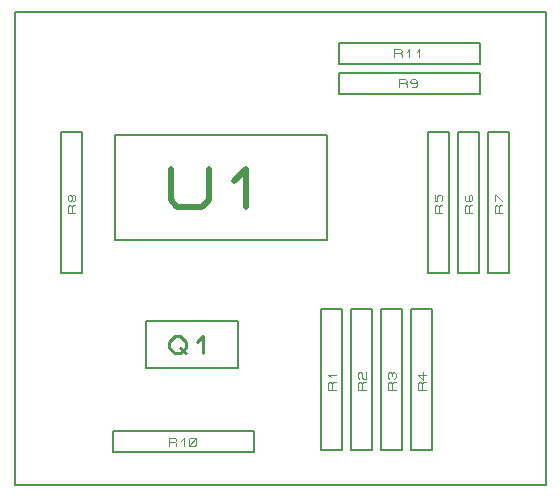
<source format=gbr>
G04 PROTEUS GERBER X2 FILE*
%TF.GenerationSoftware,Labcenter,Proteus,8.6-SP2-Build23525*%
%TF.CreationDate,2018-04-08T18:57:29+00:00*%
%TF.FileFunction,AssemblyDrawing,Top*%
%TF.FilePolarity,Positive*%
%TF.Part,Single*%
%FSLAX45Y45*%
%MOMM*%
G01*
%TA.AperFunction,Profile*%
%ADD15C,0.203200*%
%TA.AperFunction,Material*%
%ADD16C,0.203200*%
%ADD71C,0.533400*%
%ADD20C,0.106680*%
%ADD21C,0.240790*%
%TD.AperFunction*%
D15*
X-9750000Y-1500000D02*
X-5250000Y-1500000D01*
X-5250000Y+2500000D01*
X-9750000Y+2500000D01*
X-9750000Y-1500000D01*
D16*
X-8900160Y+571500D02*
X-7101840Y+571500D01*
X-7101840Y+1460500D01*
X-8900160Y+1460500D01*
X-8900160Y+571500D01*
D71*
X-8427720Y+1176020D02*
X-8427720Y+909320D01*
X-8374380Y+855980D01*
X-8161020Y+855980D01*
X-8107680Y+909320D01*
X-8107680Y+1176020D01*
X-7894320Y+1069340D02*
X-7787640Y+1176020D01*
X-7787640Y+855980D01*
D16*
X-7152900Y-1207900D02*
X-6975100Y-1207900D01*
X-6975100Y-14100D01*
X-7152900Y-14100D01*
X-7152900Y-1207900D01*
D20*
X-7031996Y-696344D02*
X-7096004Y-696344D01*
X-7096004Y-643004D01*
X-7085336Y-632336D01*
X-7074668Y-632336D01*
X-7064000Y-643004D01*
X-7064000Y-696344D01*
X-7064000Y-643004D02*
X-7053332Y-632336D01*
X-7031996Y-632336D01*
X-7074668Y-589664D02*
X-7096004Y-568328D01*
X-7031996Y-568328D01*
D16*
X-6898900Y-1207900D02*
X-6721100Y-1207900D01*
X-6721100Y-14100D01*
X-6898900Y-14100D01*
X-6898900Y-1207900D01*
D20*
X-6777996Y-696344D02*
X-6842004Y-696344D01*
X-6842004Y-643004D01*
X-6831336Y-632336D01*
X-6820668Y-632336D01*
X-6810000Y-643004D01*
X-6810000Y-696344D01*
X-6810000Y-643004D02*
X-6799332Y-632336D01*
X-6777996Y-632336D01*
X-6831336Y-600332D02*
X-6842004Y-589664D01*
X-6842004Y-557660D01*
X-6831336Y-546992D01*
X-6820668Y-546992D01*
X-6810000Y-557660D01*
X-6810000Y-589664D01*
X-6799332Y-600332D01*
X-6777996Y-600332D01*
X-6777996Y-546992D01*
D16*
X-6644900Y-1207900D02*
X-6467100Y-1207900D01*
X-6467100Y-14100D01*
X-6644900Y-14100D01*
X-6644900Y-1207900D01*
D20*
X-6523996Y-696344D02*
X-6588004Y-696344D01*
X-6588004Y-643004D01*
X-6577336Y-632336D01*
X-6566668Y-632336D01*
X-6556000Y-643004D01*
X-6556000Y-696344D01*
X-6556000Y-643004D02*
X-6545332Y-632336D01*
X-6523996Y-632336D01*
X-6577336Y-600332D02*
X-6588004Y-589664D01*
X-6588004Y-557660D01*
X-6577336Y-546992D01*
X-6566668Y-546992D01*
X-6556000Y-557660D01*
X-6545332Y-546992D01*
X-6534664Y-546992D01*
X-6523996Y-557660D01*
X-6523996Y-589664D01*
X-6534664Y-600332D01*
X-6556000Y-578996D02*
X-6556000Y-557660D01*
D16*
X-6390900Y-1207900D02*
X-6213100Y-1207900D01*
X-6213100Y-14100D01*
X-6390900Y-14100D01*
X-6390900Y-1207900D01*
D20*
X-6269996Y-696344D02*
X-6334004Y-696344D01*
X-6334004Y-643004D01*
X-6323336Y-632336D01*
X-6312668Y-632336D01*
X-6302000Y-643004D01*
X-6302000Y-696344D01*
X-6302000Y-643004D02*
X-6291332Y-632336D01*
X-6269996Y-632336D01*
X-6291332Y-546992D02*
X-6291332Y-611000D01*
X-6334004Y-568328D01*
X-6269996Y-568328D01*
D16*
X-6247900Y+292100D02*
X-6070100Y+292100D01*
X-6070100Y+1485900D01*
X-6247900Y+1485900D01*
X-6247900Y+292100D01*
D20*
X-6126996Y+803656D02*
X-6191004Y+803656D01*
X-6191004Y+856996D01*
X-6180336Y+867664D01*
X-6169668Y+867664D01*
X-6159000Y+856996D01*
X-6159000Y+803656D01*
X-6159000Y+856996D02*
X-6148332Y+867664D01*
X-6126996Y+867664D01*
X-6191004Y+953008D02*
X-6191004Y+899668D01*
X-6169668Y+899668D01*
X-6169668Y+942340D01*
X-6159000Y+953008D01*
X-6137664Y+953008D01*
X-6126996Y+942340D01*
X-6126996Y+910336D01*
X-6137664Y+899668D01*
D16*
X-5993900Y+292100D02*
X-5816100Y+292100D01*
X-5816100Y+1485900D01*
X-5993900Y+1485900D01*
X-5993900Y+292100D01*
D20*
X-5872996Y+803656D02*
X-5937004Y+803656D01*
X-5937004Y+856996D01*
X-5926336Y+867664D01*
X-5915668Y+867664D01*
X-5905000Y+856996D01*
X-5905000Y+803656D01*
X-5905000Y+856996D02*
X-5894332Y+867664D01*
X-5872996Y+867664D01*
X-5926336Y+953008D02*
X-5937004Y+942340D01*
X-5937004Y+910336D01*
X-5926336Y+899668D01*
X-5883664Y+899668D01*
X-5872996Y+910336D01*
X-5872996Y+942340D01*
X-5883664Y+953008D01*
X-5894332Y+953008D01*
X-5905000Y+942340D01*
X-5905000Y+899668D01*
D16*
X-5739900Y+292100D02*
X-5562100Y+292100D01*
X-5562100Y+1485900D01*
X-5739900Y+1485900D01*
X-5739900Y+292100D01*
D20*
X-5618996Y+803656D02*
X-5683004Y+803656D01*
X-5683004Y+856996D01*
X-5672336Y+867664D01*
X-5661668Y+867664D01*
X-5651000Y+856996D01*
X-5651000Y+803656D01*
X-5651000Y+856996D02*
X-5640332Y+867664D01*
X-5618996Y+867664D01*
X-5683004Y+899668D02*
X-5683004Y+953008D01*
X-5672336Y+953008D01*
X-5618996Y+899668D01*
D16*
X-9355900Y+292100D02*
X-9178100Y+292100D01*
X-9178100Y+1485900D01*
X-9355900Y+1485900D01*
X-9355900Y+292100D01*
D20*
X-9234996Y+803656D02*
X-9299004Y+803656D01*
X-9299004Y+856996D01*
X-9288336Y+867664D01*
X-9277668Y+867664D01*
X-9267000Y+856996D01*
X-9267000Y+803656D01*
X-9267000Y+856996D02*
X-9256332Y+867664D01*
X-9234996Y+867664D01*
X-9267000Y+910336D02*
X-9277668Y+899668D01*
X-9288336Y+899668D01*
X-9299004Y+910336D01*
X-9299004Y+942340D01*
X-9288336Y+953008D01*
X-9277668Y+953008D01*
X-9267000Y+942340D01*
X-9267000Y+910336D01*
X-9256332Y+899668D01*
X-9245664Y+899668D01*
X-9234996Y+910336D01*
X-9234996Y+942340D01*
X-9245664Y+953008D01*
X-9256332Y+953008D01*
X-9267000Y+942340D01*
D16*
X-7005900Y+1812100D02*
X-5812100Y+1812100D01*
X-5812100Y+1989900D01*
X-7005900Y+1989900D01*
X-7005900Y+1812100D01*
D20*
X-6494344Y+1868996D02*
X-6494344Y+1933004D01*
X-6441004Y+1933004D01*
X-6430336Y+1922336D01*
X-6430336Y+1911668D01*
X-6441004Y+1901000D01*
X-6494344Y+1901000D01*
X-6441004Y+1901000D02*
X-6430336Y+1890332D01*
X-6430336Y+1868996D01*
X-6344992Y+1911668D02*
X-6355660Y+1901000D01*
X-6387664Y+1901000D01*
X-6398332Y+1911668D01*
X-6398332Y+1922336D01*
X-6387664Y+1933004D01*
X-6355660Y+1933004D01*
X-6344992Y+1922336D01*
X-6344992Y+1879664D01*
X-6355660Y+1868996D01*
X-6387664Y+1868996D01*
D16*
X-7005900Y+2066100D02*
X-5812100Y+2066100D01*
X-5812100Y+2243900D01*
X-7005900Y+2243900D01*
X-7005900Y+2066100D01*
D20*
X-6537016Y+2122996D02*
X-6537016Y+2187004D01*
X-6483676Y+2187004D01*
X-6473008Y+2176336D01*
X-6473008Y+2165668D01*
X-6483676Y+2155000D01*
X-6537016Y+2155000D01*
X-6483676Y+2155000D02*
X-6473008Y+2144332D01*
X-6473008Y+2122996D01*
X-6430336Y+2165668D02*
X-6409000Y+2187004D01*
X-6409000Y+2122996D01*
X-6344992Y+2165668D02*
X-6323656Y+2187004D01*
X-6323656Y+2122996D01*
D16*
X-8641160Y-514160D02*
X-7858840Y-514160D01*
X-7858840Y-112840D01*
X-8641160Y-112840D01*
X-8641160Y-514160D01*
D21*
X-8442633Y-289421D02*
X-8394475Y-241263D01*
X-8346317Y-241263D01*
X-8298159Y-289421D01*
X-8298159Y-337580D01*
X-8346317Y-385738D01*
X-8394475Y-385738D01*
X-8442633Y-337580D01*
X-8442633Y-289421D01*
X-8346317Y-337580D02*
X-8298159Y-385738D01*
X-8201842Y-289421D02*
X-8153684Y-241263D01*
X-8153684Y-385738D01*
D16*
X-8914900Y-1223900D02*
X-7721100Y-1223900D01*
X-7721100Y-1046100D01*
X-8914900Y-1046100D01*
X-8914900Y-1223900D01*
D20*
X-8446016Y-1167004D02*
X-8446016Y-1102996D01*
X-8392676Y-1102996D01*
X-8382008Y-1113664D01*
X-8382008Y-1124332D01*
X-8392676Y-1135000D01*
X-8446016Y-1135000D01*
X-8392676Y-1135000D02*
X-8382008Y-1145668D01*
X-8382008Y-1167004D01*
X-8339336Y-1124332D02*
X-8318000Y-1102996D01*
X-8318000Y-1167004D01*
X-8275328Y-1156336D02*
X-8275328Y-1113664D01*
X-8264660Y-1102996D01*
X-8221988Y-1102996D01*
X-8211320Y-1113664D01*
X-8211320Y-1156336D01*
X-8221988Y-1167004D01*
X-8264660Y-1167004D01*
X-8275328Y-1156336D01*
X-8275328Y-1167004D02*
X-8211320Y-1102996D01*
M02*

</source>
